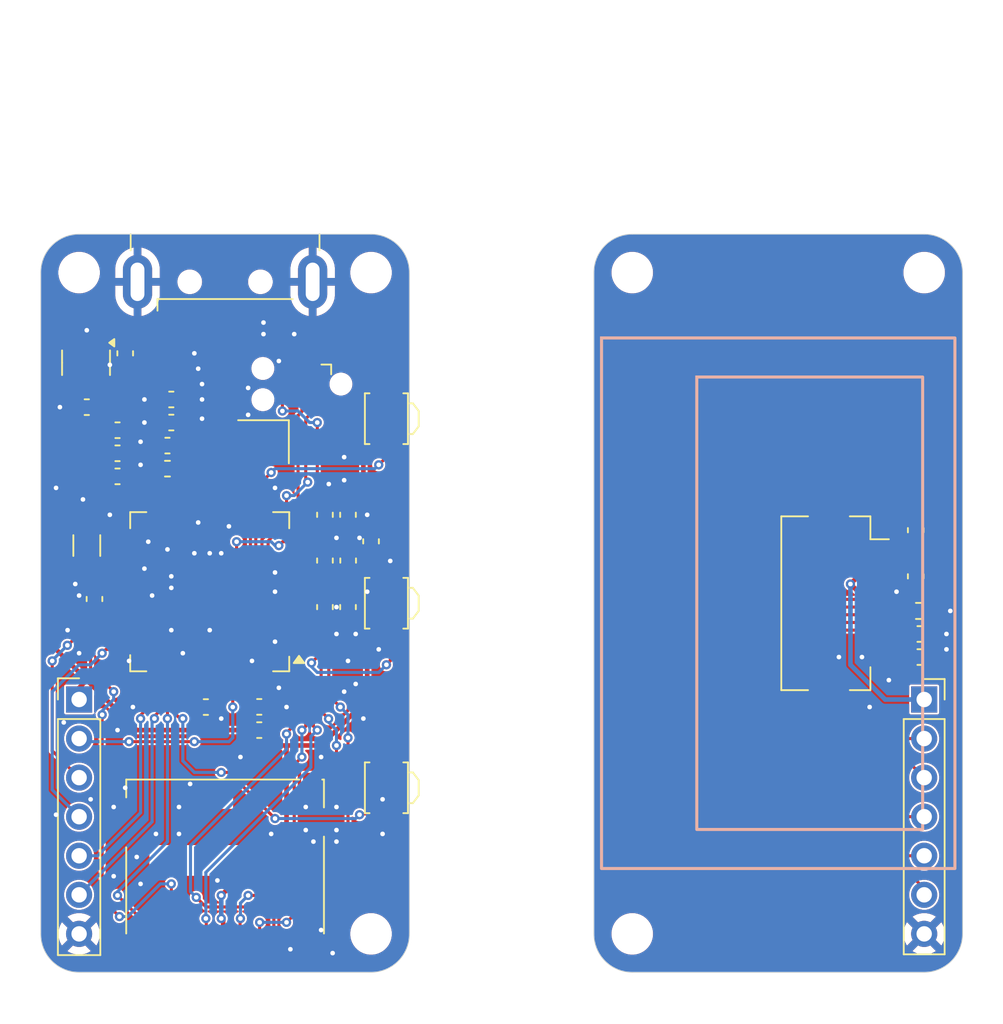
<source format=kicad_pcb>
(kicad_pcb (version 20241229) (generator "pcbnew") (generator_version "9.0")
  (layers (0 "F.Cu" signal) (2 "B.Cu" signal) (13 "F.Paste" user) (15 "B.Paste" user) (5 "F.SilkS" user "F.Silkscreen") (7 "B.SilkS" user "B.Silkscreen") (1 "F.Mask" user) (3 "B.Mask" user) (25 "Edge.Cuts" user))
  (net 0 "")
  (net 1 "GND")
  (net 2 "VBUS")
  (net 3 "+3.3V")
  (net 4 "Net-(U1-FB)")
  (net 5 "/SWCLK")
  (net 6 "/SWDIO")
  (net 7 "/SD_D0")
  (net 8 "/SD_CLK")
  (net 9 "/SD_DET")
  (net 10 "/SD_D3")
  (net 11 "/SD_D1")
  (net 12 "/SD_D2")
  (net 13 "/SD_CMD")
  (net 14 "Net-(U1-XTAL32K_N)")
  (net 15 "/NRESET")
  (net 16 "/SWO")
  (net 17 "/D+")
  (net 18 "/D-")
  (net 19 "Net-(U1-LX)")
  (net 20 "Net-(U1-XTAL32M_P)")
  (net 26 "Net-(U1-XTAL32K_P)")
  (net 28 "Net-(U1-XTAL32M_N)")
  (net 45 "Net-(J4-Pin_2)")
  (net 46 "Net-(J4-Pin_1)")
  (net 47 "Net-(J4-Pin_4)")
  (net 48 "Net-(J4-Pin_3)")
  (net 49 "Net-(J4-Pin_15)")
  (net 50 "Net-(J4-Pin_14)")
  (net 51 "Net-(J4-Pin_13)")
  (net 52 "/OLED_DC")
  (net 53 "/OLED_CS")
  (net 54 "/OLED_MOSI")
  (net 55 "/OLED_SCK")
  (net 56 "/OLED_RST")
  (net 57 "/OLED_GND")
  (net 58 "/OLED_VCC")
  (net 59 "/MCU_RST")
  (net 60 "/MCU_CS")
  (net 61 "/MCU_SCK")
  (net 62 "/MCU_MOSI")
  (net 63 "/MCU_DC")
  (net 64 "/BTN1")
  (net 65 "/BTN2")
  (net 66 "/BTN3")
  (footprint "Capacitor_SMD:C_0603_1608Metric" (layer "F.Cu") (at 121.75 102.75 180)
    (property "Reference" "C6" (hide yes))
    (property "Value" "100 nF")
  )
  (footprint "Connector_FFC-FPC:Hirose_FH12-16S-0.5SH_1x16-1MP_P0.50mm_Horizontal" (layer "F.Cu") (at 163.7 96 -90)
    (property "Reference" "J4" (hide yes))
    (property "Value" "Conn_01x16_MountingPin")
  )
  (footprint "MountingHole:MountingHole_2.2mm_M2_ISO14580" (layer "F.Cu") (at 132.5 74.5)
    (property "Reference" "H1" (hide yes))
    (property "Value" "MountingHole")
  )
  (footprint "Capacitor_SMD:C_0603_1608Metric" (layer "F.Cu") (at 114 83.25 180)
    (property "Reference" "C2" (hide yes))
    (property "Value" "1 uF")
  )
  (footprint "Capacitor_SMD:C_0603_1608Metric" (layer "F.Cu") (at 125.225 102.74 180)
    (property "Reference" "C19" (hide yes))
    (property "Value" "100 nF")
  )
  (footprint "MountingHole:MountingHole_2.2mm_M2_ISO14580" (layer "F.Cu") (at 113.5 74.5)
    (property "Reference" "H2" (hide yes))
    (property "Value" "MountingHole")
  )
  (footprint "HTQFP64:HTQFP-64-1EP_10x10mm_P0.5mm_EP4x4mm" (layer "F.Cu") (at 122 95.25 180)
    (property "Reference" "U1" (hide yes))
    (property "Value" "LPC5526JBD64")
  )
  (footprint "Connector_PinSocket_2.54mm:PinSocket_1x07_P2.54mm_Vertical" (layer "F.Cu") (at 168.5 102.26)
    (property "Reference" "J6" (hide yes))
    (property "Value" "Conn_01x07")
  )
  (footprint "Capacitor_SMD:C_0603_1608Metric" (layer "F.Cu") (at 132.5 91.975 -90)
    (property "Reference" "C14" (hide yes))
    (property "Value" "10 uF")
  )
  (footprint "Capacitor_SMD:C_0603_1608Metric" (layer "F.Cu") (at 119.5 84.25)
    (property "Reference" "C17" (hide yes))
    (property "Value" "100 nF")
  )
  (footprint "MountingHole:MountingHole_2.2mm_M2_ISO14580" (layer "F.Cu") (at 149.5 117.5 180)
    (property "Reference" "H5" (hide yes))
    (property "Value" "MountingHole")
  )
  (footprint "Capacitor_SMD:C_0603_1608Metric" (layer "F.Cu") (at 119.5 82.75)
    (property "Reference" "C16" (hide yes))
    (property "Value" "10 uF")
  )
  (footprint "Button_Switch_SMD:SW_SPST_B3U-3000P" (layer "F.Cu") (at 133.5 96 -90)
    (property "Reference" "SW2" (hide yes))
    (property "Value" "SW_Push")
  )
  (footprint "Capacitor_SMD:C_0603_1608Metric" (layer "F.Cu") (at 119.25 85.75)
    (property "Reference" "C3" (hide yes))
    (property "Value" "22 uF")
  )
  (footprint "Capacitor_SMD:C_0603_1608Metric" (layer "F.Cu") (at 168.2 98 180)
    (property "Reference" "C23" (hide yes))
    (property "Value" "10 uF")
  )
  (footprint "Capacitor_SMD:C_0603_1608Metric" (layer "F.Cu") (at 131 90.25 90)
    (property "Reference" "C8" (hide yes))
    (property "Value" "10 uF")
  )
  (footprint "Button_Switch_SMD:SW_SPST_B3U-3000P" (layer "F.Cu") (at 133.5 108 -90)
    (property "Reference" "SW3" (hide yes))
    (property "Value" "SW_Push")
  )
  (footprint "Connector_USB:USB_A_CNCTech_1001-011-01101_Horizontal" (layer "F.Cu") (at 123 68.2 90)
    (property "Reference" "J3" (hide yes))
    (property "Value" "USB_A")
  )
  (footprint "MountingHole:MountingHole_2.2mm_M2_ISO14580" (layer "F.Cu") (at 149.5 74.5 180)
    (property "Reference" "H4" (hide yes))
    (property "Value" "MountingHole")
  )
  (footprint "Capacitor_SMD:C_0603_1608Metric" (layer "F.Cu") (at 116.5 79.75 -90)
    (property "Reference" "C1" (hide yes))
    (property "Value" "1 uF")
  )
  (footprint "Connector_PinHeader_2.54mm:PinHeader_1x07_P2.54mm_Vertical" (layer "F.Cu") (at 113.5 102.26)
    (property "Reference" "J5" (hide yes))
    (property "Value" "Conn_01x07")
  )
  (footprint "Button_Switch_SMD:SW_SPST_B3U-3000P" (layer "F.Cu") (at 133.5 84 -90)
    (property "Reference" "SW1" (hide yes))
    (property "Value" "SW_Push")
  )
  (footprint "MountingHole:MountingHole_2.2mm_M2_ISO14580" (layer "F.Cu") (at 132.5 117.5)
    (property "Reference" "H3" (hide yes))
    (property "Value" "MountingHole")
  )
  (footprint "Resistor_SMD:R_0603_1608Metric" (layer "F.Cu") (at 168.2 96.5)
    (property "Reference" "R1" (hide yes))
    (property "Value" "680k")
  )
  (footprint "Capacitor_SMD:C_0603_1608Metric" (layer "F.Cu") (at 125.225 104.25 180)
    (property "Reference" "C18" (hide yes))
    (property "Value" "10 uF")
  )
  (footprint "Crystal:Crystal_SMD_2520-4Pin_2.5x2.0mm" (layer "F.Cu") (at 125.5 85.5 180)
    (property "Reference" "Y1" (hide yes))
    (property "Value" "FA-20H 16.0000MF10Z-AJ0")
  )
  (footprint "Capacitor_SMD:C_0603_1608Metric" (layer "F.Cu") (at 116 87.75 180)
    (property "Reference" "C13" (hide yes))
    (property "Value" "47 pF")
  )
  (footprint "Capacitor_SMD:C_0603_1608Metric" (layer "F.Cu") (at 168.2 99.5 180)
    (property "Reference" "C22" (hide yes))
    (property "Value" "10 uF")
  )
  (footprint "Capacitor_SMD:C_0603_1608Metric" (layer "F.Cu") (at 129.5 93.225 -90)
    (property "Reference" "C10" (hide yes))
    (property "Value" "100 nF")
  )
  (footprint "Inductor_SMD:L_0603_1608Metric" (layer "F.Cu") (at 119.25 87.25 180)
    (property "Reference" "L1" (hide yes))
    (property "Value" "4.7 uH")
  )
  (footprint "Capacitor_SMD:C_0603_1608Metric" (layer "F.Cu") (at 129.5 90.25 -90)
    (property "Reference" "C5" (hide yes))
    (property "Value" "100 nF")
  )
  (footprint "Capacitor_SMD:C_0603_1608Metric" (layer "F.Cu") (at 131 96.25 90)
    (property "Reference" "C15" (hide yes))
    (property "Value" "100 nF")
  )
  (footprint "Connector:Tag-Connect_TC2030-IDC-NL_2x03_P1.27mm_Vertical" (layer "F.Cu") (at 128 81.75 180)
    (property "Reference" "J1" (hide yes))
    (property "Value" "Conn_ARM_SWD_TagConnect_TC2030-NL")
  )
  (footprint "Capacitor_SMD:C_0603_1608Metric" (layer "F.Cu") (at 114.5 95.725 -90)
    (property "Reference" "C4" (hide yes))
    (property "Value" "100 nF")
  )
  (footprint "Package_TO_SOT_SMD:SOT-23-5" (layer "F.Cu") (at 113.95 80.3625 -90)
    (property "Reference" "U2" (hide yes))
    (property "Value" "MCP1802x-xx02xOT")
  )
  (footprint "Capacitor_SMD:C_0603_1608Metric" (layer "F.Cu") (at 129.5 96.25 90)
    (property "Reference" "C7" (hide yes))
    (property "Value" "100 nF")
  )
  (footprint "Connector_Card:microSD_HC_Hirose_DM3D-SF" (layer "F.Cu") (at 123 113.25)
    (property "Reference" "J2" (hide yes))
    (property "Value" "Micro_SD_Card_Det2")
  )
  (footprint "Capacitor_SMD:C_0603_1608Metric" (layer "F.Cu") (at 116 86.25 180)
    (property "Reference" "C12" (hide yes))
    (property "Value" "100 nF")
  )
  (footprint "Capacitor_SMD:C_0603_1608Metric" (layer "F.Cu") (at 167.95 91.25 90)
    (property "Reference" "C20" (hide yes))
    (property "Value" "1 uF")
  )
  (footprint "Capacitor_SMD:C_0603_1608Metric" (layer "F.Cu") (at 116 84.75 180)
    (property "Reference" "C11" (hide yes))
    (property "Value" "22 uF")
  )
  (footprint "Capacitor_SMD:C_0603_1608Metric" (layer "F.Cu") (at 131.01 93.225 -90)
    (property "Reference" "C9" (hide yes))
    (property "Value" "10 uF")
  )
  (footprint "Crystal:Crystal_SMD_3215-2Pin_3.2x1.5mm" (layer "F.Cu") (at 114 92.25 -90)
    (property "Reference" "Y2" (hide yes))
    (property "Value" "SC32S-7PF20PPM")
  )
  (footprint "MountingHole:MountingHole_2.2mm_M2_ISO14580" (layer "F.Cu") (at 168.5 74.5 180)
    (property "Reference" "H6" (hide yes))
    (property "Value" "MountingHole")
  )
  (footprint "Capacitor_SMD:C_0603_1608Metric" (layer "F.Cu") (at 167.95 94.25 90)
    (property "Reference" "C21" (hide yes))
    (property "Value" "1 uF")
  )
  (gr_rect (start 153.7 81.29) (end 168.4 110.71) (stroke (width 0.2)) (fill no) (layer "B.SilkS"))
  (gr_rect (start 147.5 78.75) (end 170.5 113.25) (stroke (width 0.2)) (fill no) (layer "B.SilkS"))
  (gr_arc (start 111 74.5) (mid 111.732233 72.732233) (end 113.5 72) (stroke (width 0.05)) (layer "Edge.Cuts"))
  (gr_line (start 147 74.5) (end 147 117.5) (stroke (width 0.05)) (layer "Edge.Cuts"))
  (gr_line (start 168.5 72) (end 149.5 72) (stroke (width 0.05)) (layer "Edge.Cuts"))
  (gr_line (start 171 117.5) (end 171 74.5) (stroke (width 0.05)) (layer "Edge.Cuts"))
  (gr_arc (start 168.5 72) (mid 170.267767 72.732233) (end 171 74.5) (stroke (width 0.05)) (layer "Edge.Cuts"))
  (gr_arc (start 132.5 72) (mid 134.267767 72.732233) (end 135 74.5) (stroke (width 0.05)) (layer "Edge.Cuts"))
  (gr_line (start 132.5 120) (end 113.5 120) (stroke (width 0.05)) (layer "Edge.Cuts"))
  (gr_line (start 149.5 120) (end 168.5 120) (stroke (width 0.05)) (layer "Edge.Cuts"))
  (gr_arc (start 171 117.5) (mid 170.267767 119.267767) (end 168.5 120) (stroke (width 0.05)) (layer "Edge.Cuts"))
  (gr_line (start 135 74.5) (end 135 117.5) (stroke (width 0.05)) (layer "Edge.Cuts"))
  (gr_line (start 111 117.5) (end 111 74.5) (stroke (width 0.05)) (layer "Edge.Cuts"))
  (gr_arc (start 149.5 120) (mid 147.732233 119.267767) (end 147 117.5) (stroke (width 0.05)) (layer "Edge.Cuts"))
  (gr_arc (start 113.5 120) (mid 111.732233 119.267767) (end 111 117.5) (stroke (width 0.05)) (layer "Edge.Cuts"))
  (gr_arc (start 147 74.5) (mid 147.732233 72.732233) (end 149.5 72) (stroke (width 0.05)) (layer "Edge.Cuts"))
  (gr_line (start 113.5 72) (end 132.5 72) (stroke (width 0.05)) (layer "Edge.Cuts"))
  (gr_arc (start 135 117.5) (mid 134.267767 119.267767) (end 132.5 120) (stroke (width 0.05)) (layer "Edge.Cuts"))
  (via (at 116.75 99.75) (size 0.6) (drill 0.3) (layers "F.Cu" "B.Cu") (net 1))
  (via (at 126.5 101.5) (size 0.6) (drill 0.3) (layers "F.Cu" "B.Cu") (net 1))
  (via (at 132.25 95.25) (size 0.6) (drill 0.3) (layers "F.Cu" "B.Cu") (net 1))
  (via (at 130.75 101.75) (size 0.6) (drill 0.3) (layers "F.Cu" "B.Cu") (net 1))
  (via (at 120 109.25) (size 0.6) (drill 0.3) (layers "F.Cu" "B.Cu") (net 1))
  (via (at 124.75 99.75) (size 0.6) (drill 0.3) (layers "F.Cu" "B.Cu") (net 1))
  (via (at 129.75 88.25) (size 0.6) (drill 0.3) (layers "F.Cu" "B.Cu") (net 1))
  (via (at 117.75 93.75) (size 0.6) (drill 0.3) (layers "F.Cu" "B.Cu") (net 1))
  (via (at 130.75 88) (size 0.6) (drill 0.3) (layers "F.Cu" "B.Cu") (net 1))
  (via (at 113.75 89.25) (size 0.6) (drill 0.3) (layers "F.Cu" "B.Cu") (net 1))
  (via (at 118.5 111) (size 0.6) (drill 0.3) (layers "F.Cu" "B.Cu") (net 1))
  (via (at 123.25 91) (size 0.6) (drill 0.3) (layers "F.Cu" "B.Cu") (net 1))
  (via (at 124.5 82) (size 0.6) (drill 0.3) (layers "F.Cu" "B.Cu") (net 1))
  (via (at 121.5 82.75) (size 0.6) (drill 0.3) (layers "F.Cu" "B.Cu") (net 1))
  (via (at 130.25 110.75) (size 0.6) (drill 0.3) (layers "F.Cu" "B.Cu") (net 1))
  (via (at 114 78.25) (size 0.6) (drill 0.3) (layers "F.Cu" "B.Cu") (net 1))
  (via (at 127.5 78.5) (size 0.6) (drill 0.3) (layers "F.Cu" "B.Cu") (net 1))
  (via (at 121.5 84) (size 0.6) (drill 0.3) (layers "F.Cu" "B.Cu") (net 1))
  (via (at 118.25 95.5) (size 0.6) (drill 0.3) (layers "F.Cu" "B.Cu") (net 1))
  (via (at 124.5 83.75) (size 0.6) (drill 0.3) (layers "F.Cu" "B.Cu") (net 1))
  (via (at 121.25 90.75) (size 0.6) (drill 0.3) (layers "F.Cu" "B.Cu") (net 1))
  (via (at 122.75 92.75) (size 0.6) (drill 0.3) (layers "F.Cu" "B.Cu") (net 1))
  (via (at 122.5 114.025) (size 0.6) (drill 0.3) (layers "F.Cu" "B.Cu") (net 1))
  (via (at 131.5 101.25) (size 0.6) (drill 0.3) (layers "F.Cu" "B.Cu") (net 1))
  (via (at 131 99.75) (size 0.6) (drill 0.3) (layers "F.Cu" "B.Cu") (net 1))
  (via (at 117.75 84.25) (size 0.6) (drill 0.3) (layers "F.Cu" "B.Cu") (net 1))
  (via (at 119.5 97.75) (size 0.6) (drill 0.3) (layers "F.Cu" "B.Cu") (net 1))
  (via (at 126.25 88.5) (size 0.6) (drill 0.3) (layers "F.Cu" "B.Cu") (net 1))
  (via (at 117.5 87) (size 0.6) (drill 0.3) (layers "F.Cu" "B.Cu") (net 1))
  (via (at 133.25 111) (size 0.6) (drill 0.3) (layers "F.Cu" "B.Cu") (net 1))
  (via (at 125.5 78.5) (size 0.6) (drill 0.3) (layers "F.Cu" "B.Cu") (net 1))
  (via (at 119.5 95) (size 0.6) (drill 0.3) (layers "F.Cu" "B.Cu") (net 1))
  (via (at 130.25 96.25) (size 0.6) (drill 0.3) (layers "F.Cu" "B.Cu") (net 1))
  (via (at 125.5 77.75) (size 0.6) (drill 0.3) (layers "F.Cu" "B.Cu") (net 1))
  (via (at 116 104.25) (size 0.6) (drill 0.3) (layers "F.Cu" "B.Cu") (net 1))
  (via (at 117.75 82.75) (size 0.6) (drill 0.3) (layers "F.Cu" "B.Cu") (net 1))
  (via (at 115.5 80.5) (size 0.6) (drill 0.3) (layers "F.Cu" "B.Cu") (net 1))
  (via (at 124 106) (size 0.6) (drill 0.3) (layers "F.Cu" "B.Cu") (net 1))
  (via (at 132 103.5) (size 0.6) (drill 0.3) (layers "F.Cu" "B.Cu") (net 1))
  (via (at 119.25 92.5) (size 0.6) (drill 0.3) (layers "F.Cu" "B.Cu") (net 1))
  (via (at 127 102.75) (size 0.6) (drill 0.3) (layers "F.Cu" "B.Cu") (net 1))
  (via (at 126.25 98.5) (size 0.6) (drill 0.3) (layers "F.Cu" "B.Cu") (net 1))
  (via (at 112.5 103.75) (size 0.6) (drill 0.3) (layers "F.Cu" "B.Cu") (net 1))
  (via (at 133.75 93.25) (size 0.6) (drill 0.3) (layers "F.Cu" "B.Cu") (net 1))
  (via (at 115.75 113.75) (size 0.6) (drill 0.3) (layers "F.Cu" "B.Cu") (net 1))
  (via (at 117.5 85.5) (size 0.6) (drill 0.3) (layers "F.Cu" "B.Cu") (net 1))
  (via (at 130.25 109.25) (size 0.6) (drill 0.3) (layers "F.Cu" "B.Cu") (net 1))
  (via (at 117.5 114.25) (size 0.6) (drill 0.3) (layers "F.Cu" "B.Cu") (net 1))
  (via (at 130 118.75) (size 0.6) (drill 0.3) (layers "F.Cu" "B.Cu") (net 1))
  (via (at 120 111) (size 0.6) (drill 0.3) (layers "F.Cu" "B.Cu") (net 1))
  (via (at 126.25 95.25) (size 0.6) (drill 0.3) (layers "F.Cu" "B.Cu") (net 1))
  (via (at 118 92) (size 0.6) (drill 0.3) (layers "F.Cu" "B.Cu") (net 1))
  (via (at 126.25 94) (size 0.6) (drill 0.3) (layers "F.Cu" "B.Cu") (net 1))
  (via (at 112 109.75) (size 0.6) (drill 0.3) (layers "F.Cu" "B.Cu") (net 1))
  (via (at 121.5 81.75) (size 0.6) (drill 0.3) (layers "F.Cu" "B.Cu") (net 1))
  (via (at 128.75 111.5) (size 0.6) (drill 0.3) (layers "F.Cu" "B.Cu") (net 1))
  (via (at 121.25 80.75) (size 0.6) (drill 0.3) (layers "F.Cu" "B.Cu") (net 1))
  (via (at 126 111) (size 0.6) (drill 0.3) (layers "F.Cu" "B.Cu") (net 1))
  (via (at 129.25 117.25) (size 0.6) (drill 0.3) (layers "F.Cu" "B.Cu") (net 1))
  (via (at 130.25 98) (size 0.6) (drill 0.3) (layers "F.Cu" "B.Cu") (net 1))
  (via (at 121 79.75) (size 0.6) (drill 0.3) (layers "F.Cu" "B.Cu") (net 1))
  (via (at 113.25 94.75) (size 0.6) (drill 0.3) (layers "F.Cu" "B.Cu") (net 1))
  (via (at 115.75 109.25) (size 0.6) (drill 0.3) (layers "F.Cu" "B.Cu") (net 1))
  (via (at 128.25 110.75) (size 0.6) (drill 0.3) (layers "F.Cu" "B.Cu") (net 1))
  (via (at 112.75 97.75) (size 0.6) (drill 0.3) (layers "F.Cu" "B.Cu") (net 1))
  (via (at 126.5 80.25) (size 0.6) (drill 0.3) (layers "F.Cu" "B.Cu") (net 1))
  (via (at 122 92.75) (size 0.6) (drill 0.3) (layers "F.Cu" "B.Cu") (net 1))
  (via (at 133.25 108.75) (size 0.6) (drill 0.3) (layers "F.Cu" "B.Cu") (net 1))
  (via (at 122 97.75) (size 0.6) (drill 0.3) (layers "F.Cu" "B.Cu") (net 1))
  (via (at 122.75 103.5) (size 0.6) (drill 0.3) (layers "F.Cu" "B.Cu") (net 1))
  (via (at 117 102.75) (size 0.6) (drill 0.3) (layers "F.Cu" "B.Cu") (net 1))
  (via (at 128.25 109.25) (size 0.6) (drill 0.3) (layers "F.Cu" "B.Cu") (net 1))
  (via (at 131.5 98) (size 0.6) (drill 0.3) (layers "F.Cu" "B.Cu") (net 1))
  (via (at 115.5 90.25) (size 0.6) (drill 0.3) (layers "F.Cu" "B.Cu") (net 1))
  (via (at 114.25 108.75) (size 0.6) (drill 0.3) (layers "F.Cu" "B.Cu") (net 1))
  (via (at 127.25 118.5) (size 0.6) (drill 0.3) (layers "F.Cu" "B.Cu") (net 1))
  (via (at 113.5 99.25) (size 0.6) (drill 0.3) (layers "F.Cu" "B.Cu") (net 1))
  (via (at 130.75 86.5) (size 0.6) (drill 0.3) (layers "F.Cu" "B.Cu") (net 1))
  (via (at 120.25 99.25) (size 0.6) (drill 0.3) (layers "F.Cu" "B.Cu") (net 1))
  (via (at 117.25 112.5) (size 0.6) (drill 0.3) (layers "F.Cu" "B.Cu") (net 1))
  (via (at 133 99) (size 0.6) (drill 0.3) (layers "F.Cu" "B.Cu") (net 1))
  (via (at 129.25 106) (size 0.6) (drill 0.3) (layers "F.Cu" "B.Cu") (net 1))
  (via (at 116.5 108) (size 0.6) (drill 0.3) (layers "F.Cu" "B.Cu") (net 1))
  (via (at 120.725 107.75) (size 0.6) (drill 0.3) (layers "F.Cu" "B.Cu") (net 1))
  (via (at 112 88.5) (size 0.6) (drill 0.3) (layers "F.Cu" "B.Cu") (net 1))
  (via (at 121 92.75) (size 0.6) (drill 0.3) (layers "F.Cu" "B.Cu") (net 1))
  (via (at 119.5 94.25) (size 0.6) (drill 0.3) (layers "F.Cu" "B.Cu") (net 1))
  (via (at 112.25 83.25) (size 0.6) (drill 0.3) (layers "F.Cu" "B.Cu") (net 1))
  (via (at 130.25 91.75) (size 0.6) (drill 0.3) (layers "F.Cu" "B.Cu") (net 1))
  (via (at 132.25 90.25) (size 0.6) (drill 0.3) (layers "F.Cu" "B.Cu") (net 1))
  (via (at 113.5 95.5) (size 0.6) (drill 0.3) (layers "F.Cu" "B.Cu") (net 1))
  (via (at 130.25 111.5) (size 0.6) (drill 0.3) (layers "F.Cu" "B.Cu") (net 1))
  (via (at 131.75 91.75) (size 0.6) (drill 0.3) (layers "F.Cu" "B.Cu") (net 1))
  (segment (start 117.625 77.85) (end 116.5 78.975) (width 0.3) (layer "F.Cu") (net 2))
  (segment (start 116.25 79.225) (end 116.5 78.975) (width 0.3) (layer "F.Cu") (net 2))
  (segment (start 119.5 77.85) (end 117.625 77.85) (width 0.3) (layer "F.Cu") (net 2))
  (segment (start 114.9 79.225) (end 116.25 79.225) (width 0.3) (layer "F.Cu") (net 2))
  (segment (start 129.27 80.73) (end 129.75 80.25) (width 0.3) (layer "F.Cu") (net 3))
  (segment (start 125 105.25) (end 127 105.25) (width 0.3) (layer "F.Cu") (net 3))
  (segment (start 129.25 94.5) (end 127.7 94.5) (width 0.3) (layer "F.Cu") (net 3))
  (segment (start 127.7 95.5) (end 130.975 95.5) (width 0.3) (layer "F.Cu") (net 3))
  (segment (start 133 92.75) (end 132.5 92.75) (width 0.3) (layer "F.Cu") (net 3))
  (segment (start 129 91.5) (end 131.025 89.475) (width 0.3) (layer "F.Cu") (net 3))
  (segment (start 132.5 92.75) (end 132.26 92.75) (width 0.3) (layer "F.Cu") (net 3))
  (segment (start 127.7 95) (end 128.75 95) (width 0.3) (layer "F.Cu") (net 3))
  (segment (start 121.75 88.25) (end 121.25 87.75) (width 0.3) (layer "F.Cu") (net 3))
  (segment (start 130.51 94.5) (end 129.25 94.5) (width 0.3) (layer "F.Cu") (net 3))
  (segment (start 116.8 89.55) (end 116.125 88.875) (width 0.3) (layer "F.Cu") (net 3))
  (segment (start 124.25 100.95) (end 124.25 104.05) (width 0.3) (layer "F.Cu") (net 3))
  (segment (start 114 101) (end 117.25 104.25) (width 0.3) (layer "F.Cu") (net 3))
  (segment (start 114.9 81.5) (end 114.9 84.425) (width 0.3) (layer "F.Cu") (net 3))
  (segment (start 131.025 89.475) (end 132.725 89.475) (width 0.3) (layer "F.Cu") (net 3))
  (segment (start 132.725 89.475) (end 133.5 90.25) (width 0.3) (layer "F.Cu") (net 3))
  (segment (start 115.225 87.975) (end 116.125 88.875) (width 0.3) (layer "F.Cu") (net 3))
  (segment (start 119.25 104.25) (end 122.25 104.25) (width 0.3) (layer "F.Cu") (net 3))
  (segment (start 112 97.25) (end 112 99) (width 0.3) (layer "F.Cu") (net 3))
  (segment (start 121.75 89.55) (end 121.75 88.25) (width 0.3) (layer "F.Cu") (net 3))
  (segment (start 132.25 102.25) (end 132.25 96.725) (width 0.3) (layer "F.Cu") (net 3))
  (segment (start 114.9 84.425) (end 115.225 84.75) (width 0.3) (layer "F.Cu") (net 3))
  (segment (start 117.25 104.25) (end 119.25 104.25) (width 0.3) (layer "F.Cu") (net 3))
  (segment (start 132 81) (end 132 88) (width 0.3) (layer "F.Cu") (net 3))
  (segment (start 118.25 89.55) (end 116.8 89.55) (width 0.3) (layer "F.Cu") (net 3))
  (segment (start 132.25 96.725) (end 131 95.475) (width 0.3) (layer "F.Cu") (net 3))
  (segment (start 120.275 82.75) (end 120.275 84.25) (width 0.3) (layer "F.Cu") (net 3))
  (segment (start 131.01 94) (end 130.51 94.5) (width 0.3) (layer "F.Cu") (net 3))
  (segment (start 122.875 118.6) (end 122.875 116.625) (width 0.3) (layer "F.Cu") (net 3))
  (segment (start 131.25 80.25) (end 132 81) (width 0.3) (layer "F.Cu") (net 3))
  (segment (start 131 89) (end 131 89.475) (width 0.3) (layer "F.Cu") (net 3))
  (segment (start 128.75 95) (end 129.25 94.5) (width 0.3) (layer "F.Cu") (net 3))
  (segment (start 115.225 87.75) (end 115.225 87.975) (width 0.3) (layer "F.Cu") (net 3))
  (segment (start 116.3 96.5) (end 114.5 96.5) (width 0.3) (layer "F.Cu") (net 3))
  (segment (start 122.875 116.625) (end 122.75 116.5) (width 0.3) (layer "F.Cu") (net 3))
  (segment (start 124.45 104.25) (end 124.45 104.7) (width 0.3) (layer "F.Cu") (net 3))
  (segment (start 120.75 100.95) (end 120.75 102.75) (width 0.3) (layer "F.Cu") (net 3))
  (segment (start 129.25 105.25) (end 132.25 102.25) (width 0.3) (layer "F.Cu") (net 3))
  (segment (start 123.5 114.25) (end 126.75 114.25) (width 0.3) (layer "F.Cu") (net 3))
  (segment (start 112 94.375) (end 112 97.25) (width 0.3) (layer "F.Cu") (net 3))
  (segment (start 116.3 89.05) (end 116.3 91.5) (width 0.3) (layer "F.Cu") (net 3))
  (segment (start 127.7 91.5) (end 129 91.5) (width 0.3) (layer "F.Cu") (net 3))
  (segment (start 129.27 81.115) (end 129.27 80.73) (width 0.3) (layer "F.Cu") (net 3))
  (segment (start 126.75 114.25) (end 127 114) (width 0.3) (layer "F.Cu") (net 3))
  (segment (start 133.5 92.25) (end 133 92.75) (width 0.3) (layer "F.Cu") (net 3))
  (segment (start 122.25 104.25) (end 124.45 104.25) (width 0.3) (layer "F.Cu") (net 3))
  (segment (start 120.75 89.55) (end 120.75 88.25) (width 0.3) (layer "F.Cu") (net 3))
  (segment (start 132 88) (end 131 89) (width 0.3) (layer "F.Cu") (net 3))
  (segment (start 114.5 96.5) (end 112.75 96.5) (width 0.3) (layer "F.Cu") (net 3))
  (segment (start 113.5 102.26) (end 113.5 101.5) (width 0.3) (layer "F.Cu") (net 3))
  (segment (start 120.75 102.75) (end 122.25 104.25) (width 0.3) (layer "F.Cu") (net 3))
  (segment (start 115.225 84.75) (end 115.225 87.75) (width 0.3) (layer "F.Cu") (net 3))
  (segment (start 114.25 87.75) (end 112 90) (width 0.3) (layer "F.Cu") (net 3))
  (segment (start 120.275 84.25) (end 121.25 85.225) (width 0.3) (layer "F.Cu") (net 3))
  (segment (start 127 114) (end 127 105.25) (width 0.3) (layer "F.Cu") (net 3))
  (segment (start 112 99) (end 114 101) (width 0.3) (layer "F.Cu") (net 3))
  (segment (start 130.975 95.5) (end 131 95.475) (width 0.3) (layer "F.Cu") (net 3))
  (segment (start 114.9 81.5) (end 119.025 81.5) (width 0.3) (layer "F.Cu") (net 3))
  (segment (start 127 105.25) (end 129.25 105.25) (width 0.3) (layer "F.Cu") (net 3))
  (segment (start 121.25 85.225) (end 121.25 87.75) (width 0.3) (layer "F.Cu") (net 3))
  (segment (start 127.7 95) (end 129.025 95) (width 0.3) (layer "F.Cu") (net 3))
  (segment (start 115.225 87.75) (end 114.25 87.75) (width 0.3) (layer "F.Cu") (net 3))
  (segment (start 116.125 88.875) (end 116.3 89.05) (width 0.3) (layer "F.Cu") (net 3))
  (segment (start 132.26 92.75) (end 131.01 94) (width 0.3) (layer "F.Cu") (net 3))
  (segment (start 112.75 96.5) (end 112 97.25) (width 0.3) (layer "F.Cu") (net 3))
  (segment (start 112 90) (end 112 94.375) (width 0.3) (layer "F.Cu") (net 3))
  (segment (start 124.45 104.7) (end 125 105.25) (width 0.3) (layer "F.Cu") (net 3))
  (segment (start 120.75 88.25) (end 121.25 87.75) (width 0.3) (layer "F.Cu") (net 3))
  (segment (start 129.025 95) (end 129.5 95.475) (width 0.3) (layer "F.Cu") (net 3))
  (segment (start 122.75 115) (end 123.5 114.25) (width 0.3) (layer "F.Cu") (net 3))
  (segment (start 124.25 104.05) (end 124.45 104.25) (width 0.3) (layer "F.Cu") (net 3))
  (segment (start 129.75 80.25) (end 131.25 80.25) (width 0.3) (layer "F.Cu") (net 3))
  (segment (start 113.5 101.5) (end 114 101) (width 0.3) (layer "F.Cu") (net 3))
  (segment (start 119.025 81.5) (end 120.275 82.75) (width 0.3) (layer "F.Cu") (net 3))
  (segment (start 133.5 90.25) (end 133.5 92.25) (width 0.3) (layer "F.Cu") (net 3))
  (via (at 122.75 116.5) (size 0.6) (drill 0.3) (layers "F.Cu" "B.Cu") (net 3))
  (via (at 122.75 115) (size 0.6) (drill 0.3) (layers "F.Cu" "B.Cu") (net 3))
  (segment (start 122.75 116.5) (end 122.75 115) (width 0.3) (layer "B.Cu") (net 3))
  (segment (start 119.75 89.55) (end 120.25 89.55) (width 0.3) (layer "F.Cu") (net 4))
  (segment (start 120.025 85.75) (end 120.025 87.2375) (width 0.3) (layer "F.Cu") (net 4))
  (segment (start 119.75 87.5375) (end 120.0375 87.25) (width 0.3) (layer "F.Cu") (net 4))
  (segment (start 120.025 87.2375) (end 120.0375 87.25) (width 0.3) (layer "F.Cu") (net 4))
  (segment (start 119.75 89.55) (end 119.75 87.5375) (width 0.3) (layer "F.Cu") (net 4))
  (segment (start 127.75 83.79) (end 127.75 89.5) (width 0.2) (layer "F.Cu") (net 5))
  (segment (start 127.75 89.5) (end 125.4 91.85) (width 0.2) (layer "F.Cu") (net 5))
  (segment (start 128 83.54) (end 127.75 83.79) (width 0.2) (layer "F.Cu") (net 5))
  (segment (start 125.4 91.85) (end 125.4 95.65) (width 0.2) (layer "F.Cu") (net 5))
  (segment (start 126.25 96.5) (end 127.7 96.5) (width 0.2) (layer "F.Cu") (net 5))
  (segment (start 125.4 95.65) (end 126.25 96.5) (width 0.2) (layer "F.Cu") (net 5))
  (segment (start 128 82.385) (end 128 83.54) (width 0.2) (layer "F.Cu") (net 5))
  (segment (start 128.25 88) (end 128.375 88.125) (width 0.2) (layer "F.Cu") (net 6))
  (segment (start 127 89.75) (end 127 89) (width 0.2) (layer "F.Cu") (net 6))
  (segment (start 129.27 82.385) (end 129.27 82.98) (width 0.2) (layer "F.Cu") (net 6))
  (segment (start 125 91.75) (end 127 89.75) (width 0.2) (layer "F.Cu") (net 6))
  (segment (start 126.25 97) (end 125 95.75) (width 0.2) (layer "F.Cu") (net 6))
  (segment (start 128.25 84) (end 128.25 88) (width 0.2) (layer "F.Cu") (net 6))
  (segment (start 129.29 82.25) (end 129.29 82.21) (width 0.3) (layer "F.Cu") (net 6))
  (segment (start 127.7 97) (end 126.25 97) (width 0.2) (layer "F.Cu") (net 6))
  (segment (start 129.27 82.98) (end 128.25 84) (width 0.2) (layer "F.Cu") (net 6))
  (segment (start 125 95.75) (end 125 91.75) (width 0.2) (layer "F.Cu") (net 6))
  (via (at 127 89) (size 0.6) (drill 0.3) (layers "F.Cu" "B.Cu") (net 6))
  (via (at 128.375 88.125) (size 0.6) (drill 0.3) (layers "F.Cu" "B.Cu") (net 6))
  (segment (start 127.5 89) (end 127 89) (width 0.2) (layer "B.Cu") (net 6))
  (segment (start 128.375 88.125) (end 127.5 89) (width 0.2) (layer "B.Cu") (net 6))
  (segment (start 114.25 98.548) (end 115.298 97.5) (width 0.2) (layer "F.Cu") (net 7))
  (segment (start 115 115.25) (end 116.125 116.375) (width 0.2) (layer "F.Cu") (net 7))
  (segment (start 115.298 97.5) (end 116.3 97.5) (width 0.2) (layer "F.Cu") (net 7))
  (segment (start 114.25 100.25) (end 114.25 98.548) (width 0.2) (layer "F.Cu") (net 7))
  (segment (start 119.5 118.525) (end 119.575 118.6) (width 0.2) (layer "F.Cu") (net 7))
  (segment (start 119.5 114.25) (end 119.5 118.525) (width 0.2) (layer "F.Cu") (net 7))
  (segment (start 115 103.25) (end 115 115.25) (width 0.2) (layer "F.Cu") (net 7))
  (segment (start 115.75 101.75) (end 114.25 100.25) (width 0.2) (layer "F.Cu") (net 7))
  (via (at 115.75 101.75) (size 0.6) (drill 0.3) (layers "F.Cu" "B.Cu") (net 7))
  (via (at 115 103.25) (size 0.6) (drill 0.3) (layers "F.Cu" "B.Cu") (net 7))
  (via (at 119.5 114.25) (size 0.6) (drill 0.3) (layers "F.Cu" "B.Cu") (net 7))
  (via (at 116.125 116.375) (size 0.6) (drill 0.3) (layers "F.Cu" "B.Cu") (net 7))
  (segment (start 115.75 102.25) (end 115 103) (width 0.2) (layer "B.Cu") (net 7))
  (segment (start 116.662268 116.375) (end 116.125 116.375) (width 0.2) (layer "B.Cu") (net 7))
  (segment (start 115.75 101.75) (end 115.75 102.25) (width 0.2) (layer "B.Cu") (net 7))
  (segment (start 119.5 114.25) (end 118.787268 114.25) (width 0.2) (layer "B.Cu") (net 7))
  (segment (start 118.787268 114.25) (end 116.662268 116.375) (width 0.2) (layer "B.Cu") (net 7))
  (segment (start 115 103) (end 115 103.25) (width 0.2) (layer "B.Cu") (net 7))
  (segment (start 127.7 100.2) (end 127.7 99) (width 0.2) (layer "F.Cu") (net 8))
  (segment (start 128.75 104) (end 128.75 101.25) (width 0.2) (layer "F.Cu") (net 8))
  (segment (start 121.775 116.525) (end 121.75 116.5) (width 0.2) (layer "F.Cu") (net 8))
  (segment (start 128.75 101.25) (end 127.7 100.2) (width 0.2) (layer "F.Cu") (net 8))
  (segment (start 121.775 118.6) (end 121.775 116.525) (width 0.2) (layer "F.Cu") (net 8))
  (segment (start 129 104.25) (end 128.75 104) (width 0.2) (layer "F.Cu") (net 8))
  (via (at 129 104.25) (size 0.6) (drill 0.3) (layers "F.Cu" "B.Cu") (net 8))
  (via (at 121.75 116.5) (size 0.6) (drill 0.3) (layers "F.Cu" "B.Cu") (net 8))
  (segment (start 128.581 106.669) (end 128.581 104.669) (width 0.2) (layer "B.Cu") (net 8))
  (segment (start 128.581 104.669) (end 129 104.25) (width 0.2) (layer "B.Cu") (net 8))
  (segment (start 121.75 113.5) (end 128.581 106.669) (width 0.2) (layer "B.Cu") (net 8))
  (segment (start 121.75 116.5) (end 121.75 113.5) (width 0.2) (layer "B.Cu") (net 8))
  (segment (start 128.75 98) (end 129.25 98.5) (width 0.2) (layer "F.Cu") (net 9))
  (segment (start 127.7 98) (end 128.75 98) (width 0.2) (layer "F.Cu") (net 9))
  (segment (start 130.25 107) (end 129.45 107.8) (width 0.2) (layer "F.Cu") (net 9))
  (segment (start 129.45 107.8) (end 128.575 107.8) (width 0.2) (layer "F.Cu") (net 9))
  (segment (start 129.25 98.5) (end 129.25 103.028138) (width 0.2) (layer "F.Cu") (net 9))
  (segment (start 129.25 103.028138) (end 129.735931 103.514069) (width 0.2) (layer "F.Cu") (net 9))
  (segment (start 130.25 105.25) (end 130.25 107) (width 0.2) (layer "F.Cu") (net 9))
  (via (at 129.735931 103.514069) (size 0.6) (drill 0.3) (layers "F.Cu" "B.Cu") (net 9))
  (via (at 130.25 105.25) (size 0.6) (drill 0.3) (layers "F.Cu" "B.Cu") (net 9))
  (segment (start 130.25 104.25) (end 129.735931 103.735931) (width 0.2) (layer "B.Cu") (net 9))
  (segment (start 130.25 105.25) (end 130.25 104.25) (width 0.2) (layer "B.Cu") (net 9))
  (segment (start 129.735931 103.735931) (end 129.735931 103.514069) (width 0.2) (layer "B.Cu") (net 9))
  (segment (start 131 112.75) (end 131 104.75) (width 0.2) (layer "F.Cu") (net 10))
  (segment (start 125.25 116.75) (end 125.25 118.425) (width 0.2) (layer "F.Cu") (net 10))
  (segment (start 125.25 118.425) (end 125.075 118.6) (width 0.2) (layer "F.Cu") (net 10))
  (segment (start 127 116.75) (end 131 112.75) (width 0.2) (layer "F.Cu") (net 10))
  (segment (start 128.75 97.5) (end 127.7 97.5) (width 0.2) (layer "F.Cu") (net 10))
  (segment (start 129.75 98.5) (end 128.75 97.5) (width 0.2) (layer "F.Cu") (net 10))
  (segment (start 130.5 102.75) (end 129.75 102) (width 0.2) (layer "F.Cu") (net 10))
  (segment (start 129.75 102) (end 129.75 98.5) (width 0.2) (layer "F.Cu") (net 10))
  (via (at 125.25 116.75) (size 0.6) (drill 0.3) (layers "F.Cu" "B.Cu") (net 10))
  (via (at 131 104.75) (size 0.6) (drill 0.3) (layers "F.Cu" "B.Cu") (net 10))
  (via (at 130.5 102.75) (size 0.6) (drill 0.3) (layers "F.Cu" "B.Cu") (net 10))
  (via (at 127 116.75) (size 0.6) (drill 0.3) (layers "F.Cu" "B.Cu") (net 10))
  (segment (start 125.25 116.75) (end 127 116.75) (width 0.2) (layer "B.Cu") (net 10))
  (segment (start 131 103.25) (end 131 104.75) (width 0.2) (layer "B.Cu") (net 10))
  (segment (start 130.5 102.75) (end 131 103.25) (width 0.2) (layer "B.Cu") (net 10))
  (segment (start 118.475 117.475) (end 118.475 118.6) (width 0.2) (layer "F.Cu") (net 11))
  (segment (start 116 115) (end 118.475 117.475) (width 0.2) (layer "F.Cu") (net 11))
  (segment (start 119.25 103.5) (end 119.25 100.95) (width 0.2) (layer "F.Cu") (net 11))
  (via (at 116 115) (size 0.6) (drill 0.3) (layers "F.Cu" "B.Cu") (net 11))
  (via (at 119.25 103.5) (size 0.6) (drill 0.3) (layers "F.Cu" "B.Cu") (net 11))
  (segment (start 116 114.75) (end 116 115) (width 0.2) (layer "B.Cu") (net 11))
  (segment (start 119.25 111.5) (end 116 114.75) (width 0.2) (layer "B.Cu") (net 11))
  (segment (start 119.25 103.5) (end 119.25 111.5) (width 0.2) (layer "B.Cu") (net 11))
  (segment (start 127.75 101.5) (end 127.75 103.678341) (width 0.2) (layer "F.Cu") (net 12))
  (segment (start 123.75 92) (end 123.75 92.5) (width 0.2) (layer "F.Cu") (net 12))
  (segment (start 121.125 115.125) (end 121.75 115.75) (width 0.2) (layer "F.Cu") (net 12))
  (segment (start 124.301 98.051) (end 127.75 101.5) (width 0.2) (layer "F.Cu") (net 12))
  (segment (start 126.175 116.425) (end 126.175 118.6) (width 0.2) (layer "F.Cu") (net 12))
  (segment (start 127.7 92) (end 126.75 92) (width 0.2) (layer "F.Cu") (net 12))
  (segment (start 126.75 92) (end 126.5 92.25) (width 0.2) (layer "F.Cu") (net 12))
  (segment (start 124.301 93.051) (end 124.301 98.051) (width 0.2) (layer "F.Cu") (net 12))
  (segment (start 125.5 115.75) (end 126.175 116.425) (width 0.2) (layer "F.Cu") (net 12))
  (segment (start 123.75 92.5) (end 124.301 93.051) (width 0.2) (layer "F.Cu") (net 12))
  (segment (start 121.75 115.75) (end 125.5 115.75) (width 0.2) (layer "F.Cu") (net 12))
  (segment (start 127 104.42834) (end 127 104.5) (width 0.2) (layer "F.Cu") (net 12))
  (segment (start 127.75 103.678341) (end 127 104.42834) (width 0.2) (layer "F.Cu") (net 12))
  (via (at 126.5 92.25) (size 0.6) (drill 0.3) (layers "F.Cu" "B.Cu") (net 12))
  (via (at 121.125 115.125) (size 0.6) (drill 0.3) (layers "F.Cu" "B.Cu") (net 12))
  (via (at 123.75 92) (size 0.6) (drill 0.3) (layers "F.Cu" "B.Cu") (net 12))
  (via (at 127 104.5) (size 0.6) (drill 0.3) (layers "F.Cu" "B.Cu") (net 12))
  (segment (start 123.75 92) (end 126 92) (width 0.2) (layer "B.Cu") (net 12))
  (segment (start 126.25 92.25) (end 126.5 92.25) (width 0.2) (layer "B.Cu") (net 12))
  (segment (start 120.75 114.75) (end 120.75 111.75) (width 0.2) (layer "B.Cu") (net 12))
  (segment (start 127 105.5) (end 127 104.5) (width 0.2) (layer "B.Cu") (net 12))
  (segment (start 121.125 115.125) (end 120.75 114.75) (width 0.2) (layer "B.Cu") (net 12))
  (segment (start 120.75 111.75) (end 127 105.5) (width 0.2) (layer "B.Cu") (net 12))
  (segment (start 126 92) (end 126.25 92.25) (width 0.2) (layer "B.Cu") (net 12))
  (segment (start 124.5 115) (end 126.75 115) (width 0.2) (layer "F.Cu") (net 13))
  (segment (start 128.25 101.5) (end 128.25 104) (width 0.2) (layer "F.Cu") (net 13))
  (segment (start 127.5 114.25) (end 127.5 106.5) (width 0.2) (layer "F.Cu") (net 13))
  (segment (start 124.65 97.9) (end 128.25 101.5) (width 0.2) (layer "F.Cu") (net 13))
  (segment (start 126.75 115) (end 127.5 114.25) (width 0.2) (layer "F.Cu") (net 13))
  (segment (start 128.25 104) (end 128 104.25) (width 0.2) (layer "F.Cu") (net 13))
  (segment (start 123.975 118.6) (end 123.975 116.525) (width 0.2) (layer "F.Cu") (net 13))
  (segment (start 123.975 116.525) (end 124 116.5) (width 0.2) (layer "F.Cu") (net 13))
  (segment (start 125.75 89.55) (end 125.75 90.45) (width 0.2) (layer "F.Cu") (net 13))
  (segment (start 127.5 106.5) (end 128 106) (width 0.2) (layer "F.Cu") (net 13))
  (segment (start 124.65 91.55) (end 124.65 97.9) (width 0.2) (layer "F.Cu") (net 13))
  (segment (start 125.75 90.45) (end 124.65 91.55) (width 0.2) (layer "F.Cu") (net 13))
  (via (at 128 104.25) (size 0.6) (drill 0.3) (layers "F.Cu" "B.Cu") (net 13))
  (via (at 124.5 115) (size 0.6) (drill 0.3) (layers "F.Cu" "B.Cu") (net 13))
  (via (at 128 106) (size 0.6) (drill 0.3) (layers "F.Cu" "B.Cu") (net 13))
  (via (at 124 116.5) (size 0.6) (drill 0.3) (layers "F.Cu" "B.Cu") (net 13))
  (segment (start 124 115.5) (end 124.5 115) (width 0.2) (layer "B.Cu") (net 13))
  (segment (start 128 104.25) (end 128 106) (width 0.2) (layer "B.Cu") (net 13))
  (segment (start 124 116.5) (end 124 115.5) (width 0.2) (layer "B.Cu") (net 13))
  (segment (start 115 92.5) (end 114 93.5) (width 0.2) (layer "F.Cu") (net 14))
  (segment (start 116.3 92.5) (end 115 92.5) (width 0.2) (layer "F.Cu") (net 14))
  (segment (start 126.75 79.5) (end 124.75 79.5) (width 0.2) (layer "F.Cu") (net 15))
  (segment (start 128 81.115) (end 128 80.75) (width 0.2) (layer "F.Cu") (net 15))
  (segment (start 124.75 79.5) (end 123.75 80.5) (width 0.2) (layer "F.Cu") (net 15))
  (segment (start 128 80.75) (end 126.75 79.5) (width 0.2) (layer "F.Cu") (net 15))
  (segment (start 123.75 80.5) (end 123.75 89.55) (width 0.2) (layer "F.Cu") (net 15))
  (segment (start 126.125 93) (end 127.7 93) (width 0.2) (layer "F.Cu") (net 16))
  (segment (start 129 88.74989) (end 125.8 91.94989) (width 0.2) (layer "F.Cu") (net 16))
  (segment (start 126.73 83.5) (end 126.73 82.385) (width 0.2) (layer "F.Cu") (net 16))
  (segment (start 125.8 91.94989) (end 125.8 92.675) (width 0.2) (layer "F.Cu") (net 16))
  (segment (start 129 84.25) (end 129 88.74989) (width 0.2) (layer "F.Cu") (net 16))
  (segment (start 125.8 92.675) (end 126.125 93) (width 0.2) (layer "F.Cu") (net 16))
  (via (at 126.73 83.5) (size 0.6) (drill 0.3) (layers "F.Cu" "B.Cu") (net 16))
  (via (at 129 84.25) (size 0.6) (drill 0.3) (layers "F.Cu" "B.Cu") (net 16))
  (segment (start 129 84.25) (end 128.5 84.25) (width 0.2) (layer "B.Cu") (net 16))
  (segment (start 128.5 84.25) (end 127.75 83.5) (width 0.2) (layer "B.Cu") (net 16))
  (segment (start 127.75 83.5) (end 126.73 83.5) (width 0.2) (layer "B.Cu") (net 16))
  (segment (start 122.75 88) (end 122.75 89.55) (width 0.3) (layer "F.Cu") (net 17))
  (segment (start 122.75 80) (end 124 78.75) (width 0.4) (layer "F.Cu") (net 17))
  (segment (start 124 78.75) (end 124 77.85) (width 0.4) (layer "F.Cu") (net 17))
  (segment (start 122.75 88) (end 122.75 80) (width 0.4) (layer "F.Cu") (net 17))
  (segment (start 122.25 79.975001) (end 122 79.725001) (width 0.4) (layer "F.Cu") (net 18))
  (segment (start 122 79.725001) (end 122 77.85) (width 0.4) (layer "F.Cu") (net 18))
  (segment (start 122.25 88) (end 122.25 89.55) (width 0.3) (layer "F.Cu") (net 18))
  (segment (start 122.25 88) (end 122.25 79.975001) (width 0.4) (layer "F.Cu") (net 18))
  (segment (start 118.75 89.55) (end 118.75 87.5375) (width 0.3) (layer "F.Cu") (net 19))
  (segment (start 118.75 87.5375) (end 118.4625 87.25) (width 0.3) (layer "F.Cu") (net 19))
  (segment (start 124.625 86.2) (end 124.25 86.575) (width 0.2) (layer "F.Cu") (net 20))
  (segment (start 124.25 86.575) (end 124.25 89.55) (width 0.2) (layer "F.Cu") (net 20))
  (segment (start 115 92) (end 114 91) (width 0.2) (layer "F.Cu") (net 26))
  (segment (start 116.3 92) (end 115 92) (width 0.2) (layer "F.Cu") (net 26))
  (segment (start 125.95 84.8) (end 125.5 85.25) (width 0.2) (layer "F.Cu") (net 28))
  (segment (start 125.5 85.25) (end 125.5 86.999) (width 0.2) (layer "F.Cu") (net 28))
  (segment (start 126.375 84.8) (end 125.95 84.8) (width 0.2) (layer "F.Cu") (net 28))
  (segment (start 124.75 87.749) (end 125.5 86.999) (width 0.2) (layer "F.Cu") (net 28))
  (segment (start 124.75 89.55) (end 124.75 87.749) (width 0.2) (layer "F.Cu") (net 28))
  (segment (start 165.55 92.75) (end 167.475 92.75) (width 0.2) (layer "F.Cu") (net 45))
  (segment (start 167.475 92.75) (end 167.95 92.275) (width 0.2) (layer "F.Cu") (net 45))
  (segment (start 165.55 92.25) (end 166.425 92.25) (width 0.2) (layer "F.Cu") (net 46))
  (segment (start 166.425 92.25) (end 167.95 90.725) (width 0.2) (layer "F.Cu") (net 46))
  (segment (start 167.95 95.248) (end 167.95 95.275) (width 0.2) (layer "F.Cu") (net 47))
  (segment (start 166.452 93.75) (end 167.95 95.248) (width 0.2) (layer "F.Cu") (net 47))
  (segment (start 165.55 93.75) (end 166.452 93.75) (width 0.2) (layer "F.Cu") (net 47))
  (segment (start 167.475 93.25) (end 167.95 93.725) (width 0.2) (layer "F.Cu") (net 48))
  (segment (start 165.55 93.25) (end 167.475 93.25) (width 0.2) (layer "F.Cu") (net 48))
  (segment (start 167.175 99.25) (end 167.425 99.5) (width 0.2) (layer "F.Cu") (net 49))
  (segment (start 165.55 99.25) (end 167.175 99.25) (width 0.2) (layer "F.Cu") (net 49))
  (segment (start 165.55 98.75) (end 166.675 98.75) (width 0.2) (layer "F.Cu") (net 50))
  (segment (start 166.675 98.75) (end 167.425 98) (width 0.2) (layer "F.Cu") (net 50))
  (segment (start 165.55 98.25) (end 166.452 98.25) (width 0.2) (layer "F.Cu") (net 51))
  (segment (start 166.674 98.028) (end 166.674 97.201) (width 0.2) (layer "F.Cu") (net 51))
  (segment (start 166.674 97.201) (end 167.375 96.5) (width 0.2) (layer "F.Cu") (net 51))
  (segment (start 166.452 98.25) (end 166.674 98.028) (width 0.2) (layer "F.Cu") (net 51))
  (segment (start 161.7 96.75) (end 165.55 96.75) (width 0.2) (layer "F.Cu") (net 52))
  (segment (start 165.33 109.88) (end 158.95 103.5) (width 0.2) (layer "F.Cu") (net 52))
  (segment (start 158.95 103.5) (end 158.95 99.5) (width 0.2) (layer "F.Cu") (net 52))
  (segment (start 158.95 99.5) (end 161.7 96.75) (width 0.2) (layer "F.Cu") (net 52))
  (segment (start 168.5 109.88) (end 165.33 109.88) (width 0.2) (layer "F.Cu") (net 52))
  (segment (start 168.5 114.55) (end 168.5 114.96) (width 0.2) (layer "F.Cu") (net 53))
  (segment (start 161.2 95.75) (end 157.95 99) (width 0.2) (layer "F.Cu") (net 53))
  (segment (start 168.31 114.96) (end 168.5 114.96) (width 0.2) (layer "F.Cu") (net 53))
  (segment (start 165.55 95.75) (end 161.2 95.75) (width 0.2) (layer "F.Cu") (net 53))
  (segment (start 157.95 104) (end 168.5 114.55) (width 0.2) (layer "F.Cu") (net 53))
  (segment (start 157.95 99) (end 157.95 104) (width 0.2) (layer "F.Cu") (net 53))
  (segment (start 159.95 103) (end 161.75 104.8) (width 0.2) (layer "F.Cu") (net 54))
  (segment (start 165.55 97.75) (end 162.2 97.75) (width 0.2) (layer "F.Cu") (net 54))
  (segment (start 159.95 100) (end 159.95 103) (width 0.2) (layer "F.Cu") (net 54))
  (segment (start 162.2 97.75) (end 159.95 100) (width 0.2) (layer "F.Cu") (net 54))
  (segment (start 161.75 104.8) (end 168.5 104.8) (width 0.2) (layer "F.Cu") (net 54))
  (segment (start 166.66 105.5) (end 168.5 107.34) (width 0.2) (layer "F.Cu") (net 55))
  (segment (start 165.55 97.25) (end 161.95 97.25) (width 0.2) (layer "F.Cu") (net 55))
  (segment (start 159.45 99.75) (end 159.45 103.25) (width 0.2) (layer "F.Cu") (net 55))
  (segment (start 161.95 97.25) (end 159.45 99.75) (width 0.2) (layer "F.Cu") (net 55))
  (segment (start 159.45 103.25) (end 161.7 105.5) (width 0.2) (layer "F.Cu") (net 55))
  (segment (start 161.7 105.5) (end 166.66 105.5) (width 0.2) (layer "F.Cu") (net 55))
  (segment (start 161.45 96.25) (end 165.55 96.25) (width 0.2) (layer "F.Cu") (net 56))
  (segment (start 167.12 112.42) (end 158.45 103.75) (width 0.2) (layer "F.Cu") (net 56))
  (segment (start 158.45 103.75) (end 158.45 99.25) (width 0.2) (layer "F.Cu") (net 56))
  (segment (start 168.5 112.42) (end 167.12 112.42) (width 0.2) (layer "F.Cu") (net 56))
  (segment (start 158.45 99.25) (end 161.45 96.25) (width 0.2) (layer "F.Cu") (net 56))
  (via (at 164.95 102.75) (size 0.6) (drill 0.3) (layers "F.Cu" "B.Cu") (net 57))
  (via (at 166.2 101) (size 0.6) (drill 0.3) (layers "F.Cu" "B.Cu") (net 57))
  (via (at 166.7 95.25) (size 0.6) (drill 0.3) (layers "F.Cu" "B.Cu") (net 57))
  (via (at 169.95 99) (size 0.6) (drill 0.3) (layers "F.Cu" "B.Cu") (net 57))
  (via (at 169.95 98) (size 0.6) (drill 0.3) (layers "F.Cu" "B.Cu") (net 57))
  (via (at 170.2 96.5) (size 0.6) (drill 0.3) (layers "F.Cu" "B.Cu") (net 57))
  (via (at 164.45 99.5) (size 0.6) (drill 0.3) (layers "F.Cu" "B.Cu") (net 57))
  (via (at 162.95 99.5) (size 0.6) (drill 0.3) (layers "F.Cu" "B.Cu") (net 57))
  (segment (start 164.2 95.25) (end 163.7 94.75) (width 0.3) (layer "F.Cu") (net 58))
  (segment (start 165.55 95.25) (end 164.2 95.25) (width 0.3) (layer "F.Cu") (net 58))
  (segment (start 164.2 94.25) (end 163.7 94.75) (width 0.3) (layer "F.Cu") (net 58))
  (segment (start 165.55 94.25) (end 164.2 94.25) (width 0.3) (layer "F.Cu") (net 58))
  (via (at 163.7 94.75) (size 0.6) (drill 0.3) (layers "F.Cu" "B.Cu") (net 58))
  (segment (start 163.7 100) (end 165.96 102.26) (width 0.3) (layer "B.Cu") (net 58))
  (segment (start 163.7 94.75) (end 163.7 100) (width 0.3) (layer "B.Cu") (net 58))
  (segment (start 165.96 102.26) (end 168.5 102.26) (width 0.3) (layer "B.Cu") (net 58))
  (segment (start 118.25 102.528138) (end 118.25 100.95) (width 0.2) (layer "F.Cu") (net 59))
  (segment (start 117.5 103.278138) (end 118.25 102.528138) (width 0.2) (layer "F.Cu") (net 59))
  (segment (start 117.5 103.5) (end 117.5 103.278138) (width 0.2) (layer "F.Cu") (net 59))
  (via (at 117.5 103.5) (size 0.6) (drill 0.3) (layers "F.Cu" "B.Cu") (net 59))
  (segment (start 114.702081 112.42) (end 113.5 112.42) (width 0.2) (layer "B.Cu") (net 59))
  (segment (start 117.5 109.622081) (end 114.702081 112.42) (width 0.2) (layer "B.Cu") (net 59))
  (segment (start 117.5 103.5) (end 117.5 109.622081) (width 0.2) (layer "B.Cu") (net 59))
  (segment (start 118.4 103.5) (end 118.4 103.35) (width 0.2) (layer "F.Cu") (net 60))
  (segment (start 118.4 103.35) (end 118.75 103) (width 0.2) (layer "F.Cu") (net 60))
  (segment (start 118.75 103) (end 118.75 100.95) (width 0.2) (layer "F.Cu") (net 60))
  (via (at 118.4 103.5) (size 0.6) (drill 0.3) (layers "F.Cu" "B.Cu") (net 60))
  (segment (start 118.25 103.65) (end 118.25 110.21) (width 0.2) (layer "B.Cu") (net 60))
  (segment (start 118.4 103.5) (end 118.25 103.65) (width 0.2) (layer "B.Cu") (net 60))
  (segment (start 118.25 110.21) (end 113.5 114.96) (width 0.2) (layer "B.Cu") (net 60))
  (segment (start 112.764069 98.735931) (end 114 97.5) (width 0.2) (layer "F.Cu") (net 61))
  (segment (start 115.25 97) (end 116.3 97) (width 0.2) (layer "F.Cu") (net 61))
  (segment (start 111.75 99.75) (end 111.75 105.59) (width 0.2) (layer "F.Cu") (net 61))
  (segment (start 114 97.5) (end 114.75 97.5) (width 0.2) (layer "F.Cu") (net 61))
  (segment (start 112.735931 98.735931) (end 112.764069 98.735931) (width 0.2) (layer "F.Cu") (net 61))
  (segment (start 114.75 97.5) (end 115.25 97) (width 0.2) (layer "F.Cu") (net 61))
  (segment (start 111.75 105.59) (end 113.5 107.34) (width 0.2) (layer "F.Cu") (net 61))
  (via (at 112.735931 98.735931) (size 0.6) (drill 0.3) (layers "F.Cu" "B.Cu") (net 61))
  (via (at 111.75 99.75) (size 0.6) (drill 0.3) (layers "F.Cu" "B.Cu") (net 61))
  (segment (start 111.75 99.721862) (end 112.735931 98.735931) (width 0.2) (layer "B.Cu") (net 61))
  (segment (start 111.75 99.75) (end 111.75 99.721862) (width 0.2) (layer "B.Cu") (net 61))
  (segment (start 116.75 105) (end 121 105) (width 0.2) (layer "F.Cu") (net 62))
  (segment (start 123.25 100.95) (end 123.25 102) (width 0.2) (layer "F.Cu") (net 62))
  (segment (start 123.5 102.25) (end 123.5 102.75) (width 0.2) (layer "F.Cu") (net 62))
  (segment (start 123.25 102) (end 123.5 102.25) (width 0.2) (layer "F.Cu") (net 62))
  (via (at 121 105) (size 0.6) (drill 0.3) (layers "F.Cu" "B.Cu") (net 62))
  (via (at 123.5 102.75) (size 0.6) (drill 0.3) (layers "F.Cu" "B.Cu") (net 62))
  (via (at 116.75 105) (size 0.6) (drill 0.3) (layers "F.Cu" "B.Cu") (net 62))
  (segment (start 113.7 105) (end 113.5 104.8) (width 0.2) (layer "B.Cu") (net 62))
  (segment (start 123.25 105) (end 123.5 104.75) (width 0.2) (layer "B.Cu") (net 62))
  (segment (start 121 105) (end 123.25 105) (width 0.2) (layer "B.Cu") (net 62))
  (segment (start 116.75 105) (end 113.7 105) (width 0.2) (layer "B.Cu") (net 62))
  (segment (start 123.5 104.75) (end 123.5 102.75) (width 0.2) (layer "B.Cu") (net 62))
  (segment (start 115 99.25) (end 115.25 99) (width 0.2) (layer "F.Cu") (net 63))
  (segment (start 115.25 99) (end 116.3 99) (width 0.2) (layer "F.Cu") (net 63))
  (via (at 115 99.25) (size 0.6) (drill 0.3) (layers "F.Cu" "B.Cu") (net 63))
  (segment (start 111.75 108.13) (end 113.5 109.88) (width 0.2) (layer "B.Cu") (net 63))
  (segment (start 113.5 100) (end 111.75 101.75) (width 0.2) (layer "B.Cu") (net 63))
  (segment (start 115 99.25) (end 114.25 100) (width 0.2) (layer "B.Cu") (net 63))
  (segment (start 111.75 101.75) (end 111.75 108.13) (width 0.2) (layer "B.Cu") (net 63))
  (segment (start 114.25 100) (end 113.5 100) (width 0.2) (layer "B.Cu") (net 63))
  (segment (start 126 87.5) (end 125.25 88.25) (width 0.2) (layer "F.Cu") (net 64))
  (segment (start 133.5 85.7) (end 133.5 86.5) (width 0.2) (layer "F.Cu") (net 64))
  (segment (start 125.25 88.25) (end 125.25 89.55) (width 0.2) (layer "F.Cu") (net 64))
  (segment (start 133.5 86.5) (end 133 87) (width 0.2) (layer "F.Cu") (net 64))
  (via (at 126 87.5) (size 0.6) (drill 0.3) (layers "F.Cu" "B.Cu") (net 64))
  (via (at 133 87) (size 0.6) (drill 0.3) (layers "F.Cu" "B.Cu") (net 64))
  (segment (start 126.25 87.25) (end 126 87.5) (width 0.2) (layer "B.Cu") (net 64))
  (segment (start 133 87) (end 132.75 87.25) (width 0.2) (layer "B.Cu") (net 64))
  (segment (start 132.75 87.25) (end 126.25 87.25) (width 0.2) (layer "B.Cu") (net 64))
  (segment (start 128.949 99.551) (end 128.949 98.747) (width 0.2) (layer "F.Cu") (net 65))
  (segment (start 133.75 99.75) (end 133.75 97.95) (width 0.2) (layer "F.Cu") (net 65))
  (segment (start 133.75 97.95) (end 133.5 97.7) (width 0.2) (layer "F.Cu") (net 65))
  (segment (start 128.702 98.5) (end 127.7 98.5) (width 0.2) (layer "F.Cu") (net 65))
  (segment (start 128.625 99.875) (end 128.949 99.551) (width 0.2) (layer "F.Cu") (net 65))
  (segment (start 133.5 100) (end 133.75 99.75) (width 0.2) (layer "F.Cu") (net 65))
  (segment (start 128.949 98.747) (end 128.702 98.5) (width 0.2) (layer "F.Cu") (net 65))
  (via (at 128.625 99.875) (size 0.6) (drill 0.3) (layers "F.Cu" "B.Cu") (net 65))
  (via (at 133.5 100) (size 0.6) (drill 0.3) (layers "F.Cu" "B.Cu") (net 65))
  (segment (start 129 100.5) (end 133 100.5) (width 0.2) (layer "B.Cu") (net 65))
  (segment (start 133 100.5) (end 133.5 100) (width 0.2) (layer "B.Cu") (net 65))
  (segment (start 128.625 100.125) (end 129 100.5) (width 0.2) (layer "B.Cu") (net 65))
  (segment (start 128.625 99.875) (end 128.625 100.125) (width 0.2) (layer "B.Cu") (net 65))
  (segment (start 120.25 103.5) (end 120.178341 103.428341) (width 0.2) (layer "F.Cu") (net 66))
  (segment (start 131.8 109.7) (end 133.5 109.7) (width 0.2) (layer "F.Cu") (net 66))
  (segment (start 120 103.428341) (end 119.75 103.178341) (width 0.2) (layer "F.Cu") (net 66))
  (segment (start 122.75 107) (end 123.25 107) (width 0.2) (layer "F.Cu") (net 66))
  (segment (start 119.75 103.178341) (end 119.75 100.95) (width 0.2) (layer "F.Cu") (net 66))
  (segment (start 120.178341 103.428341) (end 120 103.428341) (width 0.2) (layer "F.Cu") (net 66))
  (segment (start 123.25 107) (end 126.25 110) (width 0.2) (layer "F.Cu") (net 66))
  (segment (start 131.75 109.75) (end 131.8 109.7) (width 0.2) (layer "F.Cu") (net 66))
  (via (at 126.25 110) (size 0.6) (drill 0.3) (layers "F.Cu" "B.Cu") (net 66))
  (via (at 122.75 107) (size 0.6) (drill 0.3) (layers "F.Cu" "B.Cu") (net 66))
  (via (at 120.25 103.5) (size 0.6) (drill 0.3) (layers "F.Cu" "B.Cu") (net 66))
  (via (at 131.75 109.75) (size 0.6) (drill 0.3) (layers "F.Cu" "B.Cu") (net 66))
  (segment (start 131.5 110) (end 126.25 110) (width 0.2) (layer "B.Cu") (net 66))
  (segment (start 120.25 103.5) (end 120.25 106.25) (width 0.2) (layer "B.Cu") (net 66))
  (segment (start 131.75 109.75) (end 131.5 110) (width 0.2) (layer "B.Cu") (net 66))
  (segment (start 120.25 106.25) (end 121 107) (width 0.2) (layer "B.Cu") (net 66))
  (segment (start 121 107) (end 122.75 107) (width 0.2) (layer "B.Cu") (net 66))
  (zone (net 1) (net_name "GND") (layers "F.Cu" "B.Cu") (connect_pads thru_hole_only (clearance 0.127)) (min_thickness 0.127) (fill yes (thermal_gap 0.5) (thermal_bridge_width 0.5))
    (polygon (pts (xy 111 72) (xy 135 72) (xy 135 120) (xy 111 120)))
  )
  (zone (net 57) (net_name "/OLED_GND") (layers "F.Cu" "B.Cu") (connect_pads thru_hole_only (clearance 0.127)) (min_thickness 0.127) (fill yes (thermal_gap 0.5) (thermal_bridge_width 0.5))
    (polygon (pts (xy 171 72) (xy 147 72) (xy 147 120) (xy 171 120)))
  )
)
</source>
